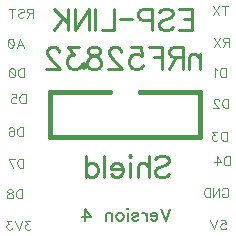
<source format=gbr>
G04 DipTrace 3.1.0.1*
G04 BottomSilk.gbr*
%MOIN*%
G04 #@! TF.FileFunction,Legend,Bot*
G04 #@! TF.Part,Single*
%ADD19C,0.025*%
%ADD20C,0.015748*%
%ADD37C,0.004632*%
%ADD38C,0.010807*%
%ADD39C,0.006176*%
%FSLAX26Y26*%
G04*
G70*
G90*
G75*
G01*
G04 BotSilk*
%LPD*%
D19*
X781148Y968661D3*
X868648Y881147D2*
D20*
X668648D1*
Y731144D1*
X1168648D1*
Y881147D1*
X968648D1*
X610060Y1145844D2*
D37*
X597160D1*
X592849Y1147303D1*
X591390Y1148729D1*
X589964Y1151581D1*
Y1154466D1*
X591390Y1157318D1*
X592849Y1158777D1*
X597160Y1160203D1*
X610060D1*
Y1130059D1*
X600012Y1145844D2*
X589964Y1130059D1*
X560605Y1155892D2*
X563456Y1158777D1*
X567768Y1160203D1*
X573504D1*
X577816Y1158777D1*
X580701Y1155892D1*
Y1153040D1*
X579241Y1150155D1*
X577816Y1148729D1*
X574964Y1147303D1*
X566342Y1144418D1*
X563456Y1142992D1*
X562031Y1141533D1*
X560605Y1138681D1*
Y1134370D1*
X563456Y1131518D1*
X567768Y1130059D1*
X573504D1*
X577816Y1131518D1*
X580701Y1134370D1*
X541293Y1160203D2*
Y1130059D1*
X551341Y1160203D2*
X531245D1*
X600527Y453170D2*
X584775D1*
X593364Y441696D1*
X589053D1*
X586201Y440270D1*
X584775Y438844D1*
X583316Y434533D1*
Y431681D1*
X584775Y427370D1*
X587627Y424485D1*
X591938Y423059D1*
X596249D1*
X600527Y424485D1*
X601953Y425944D1*
X603412Y428796D1*
X574052Y453203D2*
X562579Y423059D1*
X551105Y453203D1*
X538956Y453170D2*
X523204D1*
X531793Y441696D1*
X527482D1*
X524630Y440270D1*
X523204Y438844D1*
X521745Y434533D1*
Y431681D1*
X523204Y427370D1*
X526056Y424485D1*
X530367Y423059D1*
X534678D1*
X538956Y424485D1*
X540382Y425944D1*
X541841Y428796D1*
X1264201Y1047844D2*
X1251301D1*
X1246990Y1049303D1*
X1245531Y1050729D1*
X1244105Y1053581D1*
Y1056466D1*
X1245531Y1059318D1*
X1246990Y1060777D1*
X1251301Y1062203D1*
X1264201D1*
Y1032059D1*
X1254153Y1047844D2*
X1244105Y1032059D1*
X1234841Y1062203D2*
X1214745Y1032059D1*
Y1062203D2*
X1234841Y1032059D1*
X1250153Y1167203D2*
Y1137059D1*
X1260201Y1167203D2*
X1240105D1*
X1230841D2*
X1210745Y1137059D1*
Y1167203D2*
X1230841Y1137059D1*
X1240464Y555040D2*
X1241890Y557892D1*
X1244775Y560777D1*
X1247627Y562203D1*
X1253364D1*
X1256249Y560777D1*
X1259101Y557892D1*
X1260560Y555040D1*
X1261986Y550729D1*
Y543533D1*
X1260560Y539255D1*
X1259101Y536370D1*
X1256249Y533518D1*
X1253364Y532059D1*
X1247627D1*
X1244775Y533518D1*
X1241890Y536370D1*
X1240464Y539255D1*
Y543533D1*
X1247627D1*
X1211105Y562203D2*
Y532059D1*
X1231201Y562203D1*
Y532059D1*
X1201841Y562203D2*
Y532059D1*
X1191793D1*
X1187482Y533518D1*
X1184597Y536370D1*
X1183171Y539255D1*
X1181745Y543533D1*
Y550729D1*
X1183171Y555040D1*
X1184597Y557892D1*
X1187482Y560777D1*
X1191793Y562203D1*
X1201841D1*
X556105Y1029059D2*
X567612Y1059203D1*
X579086Y1029059D1*
X574775Y1039107D2*
X560416D1*
X538219Y1059170D2*
X542530Y1057744D1*
X545415Y1053433D1*
X546841Y1046270D1*
Y1041959D1*
X545415Y1034796D1*
X542530Y1030485D1*
X538219Y1029059D1*
X535367D1*
X531056Y1030485D1*
X528204Y1034796D1*
X526745Y1041959D1*
Y1046270D1*
X528204Y1053433D1*
X531056Y1057744D1*
X535367Y1059170D1*
X538219D1*
X528204Y1053433D2*
X545415Y1034796D1*
X580201Y961203D2*
Y931059D1*
X570153D1*
X565842Y932518D1*
X562956Y935370D1*
X561531Y938255D1*
X560105Y942533D1*
Y949729D1*
X561531Y954040D1*
X562956Y956892D1*
X565842Y959777D1*
X570153Y961203D1*
X580201D1*
X542219Y961170D2*
X546530Y959744D1*
X549415Y955433D1*
X550841Y948270D1*
Y943959D1*
X549415Y936796D1*
X546530Y932485D1*
X542219Y931059D1*
X539367D1*
X535056Y932485D1*
X532204Y936796D1*
X530745Y943959D1*
Y948270D1*
X532204Y955433D1*
X535056Y959744D1*
X539367Y961170D1*
X542219D1*
X532204Y955433D2*
X549415Y936796D1*
X585701Y874203D2*
Y844059D1*
X575653D1*
X571342Y845518D1*
X568456Y848370D1*
X567031Y851255D1*
X565605Y855533D1*
Y862729D1*
X567031Y867040D1*
X568456Y869892D1*
X571342Y872777D1*
X575653Y874203D1*
X585701D1*
X539130Y874170D2*
X553456D1*
X554882Y861270D1*
X553456Y862696D1*
X549145Y864155D1*
X544867D1*
X540556Y862696D1*
X537671Y859844D1*
X536245Y855533D1*
Y852681D1*
X537671Y848370D1*
X540556Y845485D1*
X544867Y844059D1*
X549145D1*
X553456Y845485D1*
X554882Y846944D1*
X556341Y849796D1*
X577241Y764203D2*
Y734059D1*
X567193D1*
X562882Y735518D1*
X559997Y738370D1*
X558571Y741255D1*
X557145Y745533D1*
Y752729D1*
X558571Y757040D1*
X559997Y759892D1*
X562882Y762777D1*
X567193Y764203D1*
X577241D1*
X530671Y759892D2*
X532097Y762744D1*
X536408Y764170D1*
X539260D1*
X543571Y762744D1*
X546456Y758433D1*
X547882Y751270D1*
Y744107D1*
X546456Y738370D1*
X543571Y735485D1*
X539260Y734059D1*
X537834D1*
X533556Y735485D1*
X530671Y738370D1*
X529245Y742681D1*
Y744107D1*
X530671Y748418D1*
X533556Y751270D1*
X537834Y752696D1*
X539260D1*
X543571Y751270D1*
X546456Y748418D1*
X547882Y744107D1*
X578701Y660203D2*
Y630059D1*
X568653D1*
X564342Y631518D1*
X561456Y634370D1*
X560031Y637255D1*
X558605Y641533D1*
Y648729D1*
X560031Y653040D1*
X561456Y655892D1*
X564342Y658777D1*
X568653Y660203D1*
X578701D1*
X543604Y630059D2*
X529245Y660170D1*
X549341D1*
X573667Y557203D2*
Y527059D1*
X563619D1*
X559308Y528518D1*
X556423Y531370D1*
X554997Y534255D1*
X553571Y538533D1*
Y545729D1*
X554997Y550040D1*
X556423Y552892D1*
X559308Y555777D1*
X563619Y557203D1*
X573667D1*
X537145Y557170D2*
X541423Y555744D1*
X542882Y552892D1*
Y550007D1*
X541423Y547155D1*
X538571Y545696D1*
X532834Y544270D1*
X528523Y542844D1*
X525671Y539959D1*
X524245Y537107D1*
Y532796D1*
X525671Y529944D1*
X527097Y528485D1*
X531408Y527059D1*
X537145D1*
X541423Y528485D1*
X542882Y529944D1*
X544308Y532796D1*
Y537107D1*
X542882Y539959D1*
X539997Y542844D1*
X535719Y544270D1*
X529982Y545696D1*
X527097Y547155D1*
X525671Y550007D1*
Y552892D1*
X527097Y555744D1*
X531408Y557170D1*
X537145D1*
X1253301Y962203D2*
Y932059D1*
X1243253D1*
X1238942Y933518D1*
X1236057Y936370D1*
X1234631Y939255D1*
X1233205Y943533D1*
Y950729D1*
X1234631Y955040D1*
X1236057Y957892D1*
X1238942Y960777D1*
X1243253Y962203D1*
X1253301D1*
X1223941Y956433D2*
X1221056Y957892D1*
X1216745Y962170D1*
Y932059D1*
X1261701Y859203D2*
Y829059D1*
X1251653D1*
X1247342Y830518D1*
X1244456Y833370D1*
X1243031Y836255D1*
X1241605Y840533D1*
Y847729D1*
X1243031Y852040D1*
X1244456Y854892D1*
X1247342Y857777D1*
X1251653Y859203D1*
X1261701D1*
X1230882Y852007D2*
Y853433D1*
X1229456Y856318D1*
X1228030Y857744D1*
X1225145Y859170D1*
X1219408D1*
X1216556Y857744D1*
X1215130Y856318D1*
X1213671Y853433D1*
Y850581D1*
X1215130Y847696D1*
X1217982Y843418D1*
X1232341Y829059D1*
X1212245D1*
X1256201Y750203D2*
Y720059D1*
X1246153D1*
X1241842Y721518D1*
X1238956Y724370D1*
X1237531Y727255D1*
X1236105Y731533D1*
Y738729D1*
X1237531Y743040D1*
X1238956Y745892D1*
X1241842Y748777D1*
X1246153Y750203D1*
X1256201D1*
X1223956Y750170D2*
X1208204D1*
X1216793Y738696D1*
X1212482D1*
X1209630Y737270D1*
X1208204Y735844D1*
X1206745Y731533D1*
Y728681D1*
X1208204Y724370D1*
X1211056Y721485D1*
X1215367Y720059D1*
X1219678D1*
X1223956Y721485D1*
X1225382Y722944D1*
X1226841Y725796D1*
X1266127Y667203D2*
Y637059D1*
X1256079D1*
X1251768Y638518D1*
X1248882Y641370D1*
X1247456Y644255D1*
X1246031Y648533D1*
Y655729D1*
X1247456Y660040D1*
X1248882Y662892D1*
X1251768Y665777D1*
X1256079Y667203D1*
X1266127D1*
X1222408Y637059D2*
Y667170D1*
X1236767Y647107D1*
X1215245D1*
X1237342Y454170D2*
X1251667D1*
X1253093Y441270D1*
X1251667Y442696D1*
X1247356Y444155D1*
X1243079D1*
X1238768Y442696D1*
X1235882Y439844D1*
X1234456Y435533D1*
Y432681D1*
X1235882Y428370D1*
X1238768Y425485D1*
X1243079Y424059D1*
X1247356D1*
X1251667Y425485D1*
X1253093Y426944D1*
X1254552Y429796D1*
X1225193Y454203D2*
X1213719Y424059D1*
X1202245Y454203D1*
X1098297Y1160026D2*
D38*
X1141783D1*
Y1089690D1*
X1098297D1*
X1141783Y1126521D2*
X1115011D1*
X1029791Y1149966D2*
X1036446Y1156698D1*
X1046505Y1160026D1*
X1059891D1*
X1069950Y1156698D1*
X1076682Y1149966D1*
Y1143312D1*
X1073277Y1136580D1*
X1069950Y1133253D1*
X1063296Y1129926D1*
X1043178Y1123194D1*
X1036446Y1119867D1*
X1033119Y1116462D1*
X1029791Y1109808D1*
Y1099749D1*
X1036446Y1093094D1*
X1046505Y1089690D1*
X1059891D1*
X1069950Y1093094D1*
X1076682Y1099749D1*
X1008176Y1123194D2*
X977999D1*
X968018Y1126521D1*
X964613Y1129926D1*
X961286Y1136580D1*
Y1146639D1*
X964613Y1153294D1*
X968018Y1156698D1*
X977999Y1160026D1*
X1008176D1*
Y1089690D1*
X939671Y1124819D2*
X900982D1*
X879367Y1160026D2*
Y1089690D1*
X839208D1*
X817593Y1160026D2*
Y1089690D1*
X749088Y1160026D2*
Y1089690D1*
X795979Y1160026D1*
Y1089690D1*
X727473Y1160026D2*
Y1089690D1*
X680582Y1160026D2*
X727473Y1113135D1*
X710759Y1129926D2*
X680582Y1089690D1*
X1168052Y1007079D2*
Y960188D1*
Y993693D2*
X1157993Y1003752D1*
X1151262Y1007079D1*
X1141280D1*
X1134548Y1003752D1*
X1131221Y993693D1*
Y960188D1*
X1109606Y997020D2*
X1079506D1*
X1069447Y1000424D1*
X1066042Y1003752D1*
X1062715Y1010406D1*
Y1017138D1*
X1066042Y1023792D1*
X1069447Y1027197D1*
X1079506Y1030524D1*
X1109606D1*
Y960188D1*
X1086161Y997020D2*
X1062715Y960188D1*
X997537Y1030524D2*
X1041100D1*
Y960188D1*
Y997020D2*
X1014328D1*
X935763Y1030447D2*
X969190D1*
X972517Y1000347D1*
X969190Y1003674D1*
X959131Y1007079D1*
X949149D1*
X939090Y1003674D1*
X932358Y997020D1*
X929031Y986961D1*
Y980306D1*
X932358Y970247D1*
X939090Y963515D1*
X949149Y960188D1*
X959131D1*
X969190Y963515D1*
X972517Y966920D1*
X975922Y973575D1*
X904012Y1013733D2*
Y1017061D1*
X900684Y1023792D1*
X897357Y1027120D1*
X890625Y1030447D1*
X877239D1*
X870585Y1027120D1*
X867257Y1023792D1*
X863853Y1017061D1*
Y1010406D1*
X867257Y1003674D1*
X873912Y993693D1*
X907416Y960188D1*
X860526D1*
X822197Y1030447D2*
X832179Y1027120D1*
X835583Y1020465D1*
Y1013733D1*
X832179Y1007079D1*
X825524Y1003674D1*
X812138Y1000347D1*
X802079Y997020D1*
X795425Y990288D1*
X792097Y983634D1*
Y973575D1*
X795425Y966920D1*
X798752Y963515D1*
X808811Y960188D1*
X822197D1*
X832179Y963515D1*
X835583Y966920D1*
X838911Y973575D1*
Y983634D1*
X835583Y990288D1*
X828852Y997020D1*
X818870Y1000347D1*
X805484Y1003674D1*
X798752Y1007079D1*
X795425Y1013733D1*
Y1020465D1*
X798752Y1027120D1*
X808811Y1030447D1*
X822197D1*
X763751D2*
X726996D1*
X747037Y1003674D1*
X736978D1*
X730324Y1000347D1*
X726996Y997020D1*
X723592Y986961D1*
Y980306D1*
X726996Y970247D1*
X733651Y963515D1*
X743710Y960188D1*
X753769D1*
X763751Y963515D1*
X767078Y966920D1*
X770482Y973575D1*
X698572Y1013733D2*
Y1017061D1*
X695245Y1023792D1*
X691918Y1027120D1*
X685186Y1030447D1*
X671800D1*
X665145Y1027120D1*
X661818Y1023792D1*
X658413Y1017061D1*
Y1010406D1*
X661818Y1003674D1*
X668472Y993693D1*
X701977Y960188D1*
X655086D1*
X1068268Y492496D2*
D39*
X1052970Y452304D1*
X1037671Y492496D1*
X1025320Y467603D2*
X1002372D1*
Y471449D1*
X1004273Y475296D1*
X1006174Y477197D1*
X1010021Y479099D1*
X1015769D1*
X1019572Y477197D1*
X1023418Y473351D1*
X1025320Y467603D1*
Y463800D1*
X1023418Y458052D1*
X1019572Y454250D1*
X1015769Y452304D1*
X1010021D1*
X1006174Y454250D1*
X1002372Y458052D1*
X990020Y479099D2*
Y452304D1*
Y467603D2*
X988075Y473351D1*
X984272Y477197D1*
X980426Y479099D1*
X974678D1*
X941280Y473351D2*
X943181Y477197D1*
X948929Y479099D1*
X954677D1*
X960425Y477197D1*
X962326Y473351D1*
X960425Y469548D1*
X956578Y467603D1*
X947028Y465701D1*
X943181Y463800D1*
X941280Y459953D1*
Y458052D1*
X943181Y454250D1*
X948929Y452304D1*
X954677D1*
X960425Y454250D1*
X962326Y458052D1*
X928928Y492496D2*
X927027Y490595D1*
X925081Y492496D1*
X927027Y494442D1*
X928928Y492496D1*
X927027Y479099D2*
Y452304D1*
X903179Y479099D2*
X906982Y477197D1*
X910829Y473351D1*
X912730Y467603D1*
Y463800D1*
X910829Y458052D1*
X906982Y454250D1*
X903179Y452304D1*
X897431D1*
X893585Y454250D1*
X889782Y458052D1*
X887837Y463800D1*
Y467603D1*
X889782Y473351D1*
X893585Y477197D1*
X897431Y479099D1*
X903179D1*
X875485D2*
Y452304D1*
Y471449D2*
X869737Y477197D1*
X865890Y479099D1*
X860187D1*
X856340Y477197D1*
X854439Y471449D1*
Y452304D1*
X784061D2*
Y492452D1*
X803206Y465701D1*
X774510D1*
X1018278Y658003D2*
D38*
X1024933Y664735D1*
X1034992Y668062D1*
X1048378D1*
X1058437Y664735D1*
X1065169Y658003D1*
Y651349D1*
X1061764Y644617D1*
X1058437Y641290D1*
X1051783Y637963D1*
X1031665Y631231D1*
X1024933Y627903D1*
X1021605Y624499D1*
X1018278Y617844D1*
Y607785D1*
X1024933Y601131D1*
X1034992Y597726D1*
X1048378D1*
X1058437Y601131D1*
X1065169Y607785D1*
X996663Y668062D2*
Y597726D1*
Y631231D2*
X986604Y641290D1*
X979872Y644617D1*
X969813D1*
X963159Y641290D1*
X959832Y631231D1*
Y597726D1*
X938217Y668062D2*
X934889Y664735D1*
X931485Y668062D1*
X934889Y671467D1*
X938217Y668062D1*
X934889Y644617D2*
Y597726D1*
X909870Y624499D2*
X869711D1*
Y631231D1*
X873038Y637963D1*
X876366Y641290D1*
X883097Y644617D1*
X893156D1*
X899811Y641290D1*
X906543Y634558D1*
X909870Y624499D1*
Y617844D1*
X906543Y607785D1*
X899811Y601131D1*
X893156Y597726D1*
X883097D1*
X876366Y601131D1*
X869711Y607785D1*
X848096Y668062D2*
Y597726D1*
X786322Y668062D2*
Y597726D1*
Y634558D2*
X792977Y641290D1*
X799709Y644617D1*
X809768D1*
X816422Y641290D1*
X823154Y634558D1*
X826481Y624499D1*
Y617844D1*
X823154Y607785D1*
X816422Y601131D1*
X809768Y597726D1*
X799709D1*
X792977Y601131D1*
X786322Y607785D1*
M02*

</source>
